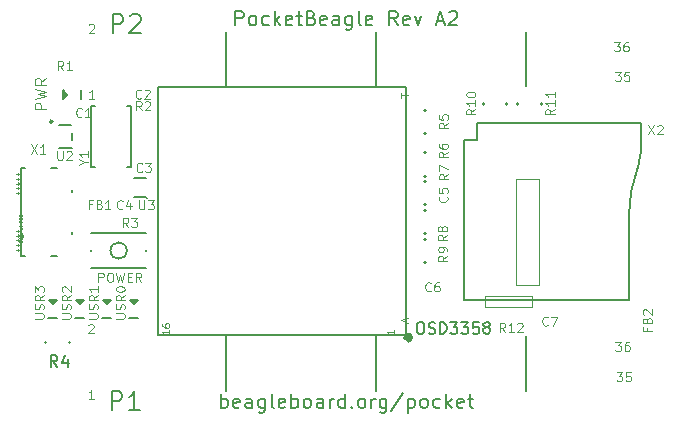
<source format=gbr>
G04 #@! TF.GenerationSoftware,KiCad,Pcbnew,(2017-08-02 revision 9760937)-master*
G04 #@! TF.CreationDate,2017-08-15T11:40:40-05:00*
G04 #@! TF.ProjectId,PocketBeagle,506F636B6574426561676C652E6B6963,rev?*
G04 #@! TF.SameCoordinates,Original*
G04 #@! TF.FileFunction,Legend,Top*
G04 #@! TF.FilePolarity,Positive*
%FSLAX46Y46*%
G04 Gerber Fmt 4.6, Leading zero omitted, Abs format (unit mm)*
G04 Created by KiCad (PCBNEW (2017-08-02 revision 9760937)-master) date Tue Aug 15 11:40:40 2017*
%MOMM*%
%LPD*%
G01*
G04 APERTURE LIST*
%ADD10C,0.152400*%
%ADD11C,0.190500*%
%ADD12C,0.150000*%
%ADD13C,0.500000*%
%ADD14C,0.097536*%
%ADD15C,0.203200*%
%ADD16C,0.127000*%
%ADD17C,0.066040*%
%ADD18C,0.254000*%
%ADD19C,0.038100*%
%ADD20C,0.115824*%
%ADD21C,0.198120*%
%ADD22C,0.025400*%
%ADD23C,0.076200*%
G04 APERTURE END LIST*
D10*
X154718657Y-114345478D02*
X154902504Y-114345478D01*
X154994428Y-114391440D01*
X155086352Y-114483363D01*
X155132314Y-114667211D01*
X155132314Y-114988944D01*
X155086352Y-115172792D01*
X154994428Y-115264716D01*
X154902504Y-115310678D01*
X154718657Y-115310678D01*
X154626733Y-115264716D01*
X154534809Y-115172792D01*
X154488847Y-114988944D01*
X154488847Y-114667211D01*
X154534809Y-114483363D01*
X154626733Y-114391440D01*
X154718657Y-114345478D01*
X155500009Y-115264716D02*
X155637895Y-115310678D01*
X155867704Y-115310678D01*
X155959628Y-115264716D01*
X156005590Y-115218754D01*
X156051552Y-115126830D01*
X156051552Y-115034906D01*
X156005590Y-114942982D01*
X155959628Y-114897020D01*
X155867704Y-114851059D01*
X155683857Y-114805097D01*
X155591933Y-114759135D01*
X155545971Y-114713173D01*
X155500009Y-114621249D01*
X155500009Y-114529325D01*
X155545971Y-114437401D01*
X155591933Y-114391440D01*
X155683857Y-114345478D01*
X155913666Y-114345478D01*
X156051552Y-114391440D01*
X156465209Y-115310678D02*
X156465209Y-114345478D01*
X156695019Y-114345478D01*
X156832904Y-114391440D01*
X156924828Y-114483363D01*
X156970790Y-114575287D01*
X157016752Y-114759135D01*
X157016752Y-114897020D01*
X156970790Y-115080868D01*
X156924828Y-115172792D01*
X156832904Y-115264716D01*
X156695019Y-115310678D01*
X156465209Y-115310678D01*
X157338485Y-114345478D02*
X157935990Y-114345478D01*
X157614257Y-114713173D01*
X157752142Y-114713173D01*
X157844066Y-114759135D01*
X157890028Y-114805097D01*
X157935990Y-114897020D01*
X157935990Y-115126830D01*
X157890028Y-115218754D01*
X157844066Y-115264716D01*
X157752142Y-115310678D01*
X157476371Y-115310678D01*
X157384447Y-115264716D01*
X157338485Y-115218754D01*
X158257723Y-114345478D02*
X158855228Y-114345478D01*
X158533495Y-114713173D01*
X158671380Y-114713173D01*
X158763304Y-114759135D01*
X158809266Y-114805097D01*
X158855228Y-114897020D01*
X158855228Y-115126830D01*
X158809266Y-115218754D01*
X158763304Y-115264716D01*
X158671380Y-115310678D01*
X158395609Y-115310678D01*
X158303685Y-115264716D01*
X158257723Y-115218754D01*
X159728504Y-114345478D02*
X159268885Y-114345478D01*
X159222923Y-114805097D01*
X159268885Y-114759135D01*
X159360809Y-114713173D01*
X159590619Y-114713173D01*
X159682542Y-114759135D01*
X159728504Y-114805097D01*
X159774466Y-114897020D01*
X159774466Y-115126830D01*
X159728504Y-115218754D01*
X159682542Y-115264716D01*
X159590619Y-115310678D01*
X159360809Y-115310678D01*
X159268885Y-115264716D01*
X159222923Y-115218754D01*
X160326009Y-114759135D02*
X160234085Y-114713173D01*
X160188123Y-114667211D01*
X160142161Y-114575287D01*
X160142161Y-114529325D01*
X160188123Y-114437401D01*
X160234085Y-114391440D01*
X160326009Y-114345478D01*
X160509857Y-114345478D01*
X160601780Y-114391440D01*
X160647742Y-114437401D01*
X160693704Y-114529325D01*
X160693704Y-114575287D01*
X160647742Y-114667211D01*
X160601780Y-114713173D01*
X160509857Y-114759135D01*
X160326009Y-114759135D01*
X160234085Y-114805097D01*
X160188123Y-114851059D01*
X160142161Y-114942982D01*
X160142161Y-115126830D01*
X160188123Y-115218754D01*
X160234085Y-115264716D01*
X160326009Y-115310678D01*
X160509857Y-115310678D01*
X160601780Y-115264716D01*
X160647742Y-115218754D01*
X160693704Y-115126830D01*
X160693704Y-114942982D01*
X160647742Y-114851059D01*
X160601780Y-114805097D01*
X160509857Y-114759135D01*
D11*
X139144561Y-89197547D02*
X139144561Y-87991047D01*
X139604180Y-87991047D01*
X139719085Y-88048500D01*
X139776538Y-88105952D01*
X139833990Y-88220857D01*
X139833990Y-88393214D01*
X139776538Y-88508119D01*
X139719085Y-88565571D01*
X139604180Y-88623023D01*
X139144561Y-88623023D01*
X140523419Y-89197547D02*
X140408514Y-89140095D01*
X140351061Y-89082642D01*
X140293609Y-88967738D01*
X140293609Y-88623023D01*
X140351061Y-88508119D01*
X140408514Y-88450666D01*
X140523419Y-88393214D01*
X140695776Y-88393214D01*
X140810680Y-88450666D01*
X140868133Y-88508119D01*
X140925585Y-88623023D01*
X140925585Y-88967738D01*
X140868133Y-89082642D01*
X140810680Y-89140095D01*
X140695776Y-89197547D01*
X140523419Y-89197547D01*
X141959728Y-89140095D02*
X141844823Y-89197547D01*
X141615014Y-89197547D01*
X141500109Y-89140095D01*
X141442657Y-89082642D01*
X141385204Y-88967738D01*
X141385204Y-88623023D01*
X141442657Y-88508119D01*
X141500109Y-88450666D01*
X141615014Y-88393214D01*
X141844823Y-88393214D01*
X141959728Y-88450666D01*
X142476800Y-89197547D02*
X142476800Y-87991047D01*
X142591704Y-88737928D02*
X142936419Y-89197547D01*
X142936419Y-88393214D02*
X142476800Y-88852833D01*
X143913109Y-89140095D02*
X143798204Y-89197547D01*
X143568395Y-89197547D01*
X143453490Y-89140095D01*
X143396038Y-89025190D01*
X143396038Y-88565571D01*
X143453490Y-88450666D01*
X143568395Y-88393214D01*
X143798204Y-88393214D01*
X143913109Y-88450666D01*
X143970561Y-88565571D01*
X143970561Y-88680476D01*
X143396038Y-88795380D01*
X144315276Y-88393214D02*
X144774895Y-88393214D01*
X144487633Y-87991047D02*
X144487633Y-89025190D01*
X144545085Y-89140095D01*
X144659990Y-89197547D01*
X144774895Y-89197547D01*
X145579228Y-88565571D02*
X145751585Y-88623023D01*
X145809038Y-88680476D01*
X145866490Y-88795380D01*
X145866490Y-88967738D01*
X145809038Y-89082642D01*
X145751585Y-89140095D01*
X145636680Y-89197547D01*
X145177061Y-89197547D01*
X145177061Y-87991047D01*
X145579228Y-87991047D01*
X145694133Y-88048500D01*
X145751585Y-88105952D01*
X145809038Y-88220857D01*
X145809038Y-88335761D01*
X145751585Y-88450666D01*
X145694133Y-88508119D01*
X145579228Y-88565571D01*
X145177061Y-88565571D01*
X146843180Y-89140095D02*
X146728276Y-89197547D01*
X146498466Y-89197547D01*
X146383561Y-89140095D01*
X146326109Y-89025190D01*
X146326109Y-88565571D01*
X146383561Y-88450666D01*
X146498466Y-88393214D01*
X146728276Y-88393214D01*
X146843180Y-88450666D01*
X146900633Y-88565571D01*
X146900633Y-88680476D01*
X146326109Y-88795380D01*
X147934776Y-89197547D02*
X147934776Y-88565571D01*
X147877323Y-88450666D01*
X147762419Y-88393214D01*
X147532609Y-88393214D01*
X147417704Y-88450666D01*
X147934776Y-89140095D02*
X147819871Y-89197547D01*
X147532609Y-89197547D01*
X147417704Y-89140095D01*
X147360252Y-89025190D01*
X147360252Y-88910285D01*
X147417704Y-88795380D01*
X147532609Y-88737928D01*
X147819871Y-88737928D01*
X147934776Y-88680476D01*
X149026371Y-88393214D02*
X149026371Y-89369904D01*
X148968919Y-89484809D01*
X148911466Y-89542261D01*
X148796561Y-89599714D01*
X148624204Y-89599714D01*
X148509300Y-89542261D01*
X149026371Y-89140095D02*
X148911466Y-89197547D01*
X148681657Y-89197547D01*
X148566752Y-89140095D01*
X148509300Y-89082642D01*
X148451847Y-88967738D01*
X148451847Y-88623023D01*
X148509300Y-88508119D01*
X148566752Y-88450666D01*
X148681657Y-88393214D01*
X148911466Y-88393214D01*
X149026371Y-88450666D01*
X149773252Y-89197547D02*
X149658347Y-89140095D01*
X149600895Y-89025190D01*
X149600895Y-87991047D01*
X150692490Y-89140095D02*
X150577585Y-89197547D01*
X150347776Y-89197547D01*
X150232871Y-89140095D01*
X150175419Y-89025190D01*
X150175419Y-88565571D01*
X150232871Y-88450666D01*
X150347776Y-88393214D01*
X150577585Y-88393214D01*
X150692490Y-88450666D01*
X150749942Y-88565571D01*
X150749942Y-88680476D01*
X150175419Y-88795380D01*
X152875680Y-89197547D02*
X152473514Y-88623023D01*
X152186252Y-89197547D02*
X152186252Y-87991047D01*
X152645871Y-87991047D01*
X152760776Y-88048500D01*
X152818228Y-88105952D01*
X152875680Y-88220857D01*
X152875680Y-88393214D01*
X152818228Y-88508119D01*
X152760776Y-88565571D01*
X152645871Y-88623023D01*
X152186252Y-88623023D01*
X153852371Y-89140095D02*
X153737466Y-89197547D01*
X153507657Y-89197547D01*
X153392752Y-89140095D01*
X153335300Y-89025190D01*
X153335300Y-88565571D01*
X153392752Y-88450666D01*
X153507657Y-88393214D01*
X153737466Y-88393214D01*
X153852371Y-88450666D01*
X153909823Y-88565571D01*
X153909823Y-88680476D01*
X153335300Y-88795380D01*
X154311990Y-88393214D02*
X154599252Y-89197547D01*
X154886514Y-88393214D01*
X156207919Y-88852833D02*
X156782442Y-88852833D01*
X156093014Y-89197547D02*
X156495180Y-87991047D01*
X156897347Y-89197547D01*
X157242061Y-88105952D02*
X157299514Y-88048500D01*
X157414419Y-87991047D01*
X157701680Y-87991047D01*
X157816585Y-88048500D01*
X157874038Y-88105952D01*
X157931490Y-88220857D01*
X157931490Y-88335761D01*
X157874038Y-88508119D01*
X157184609Y-89197547D01*
X157931490Y-89197547D01*
X137909335Y-121607947D02*
X137909335Y-120401447D01*
X137909335Y-120861066D02*
X138024240Y-120803614D01*
X138254050Y-120803614D01*
X138368954Y-120861066D01*
X138426407Y-120918519D01*
X138483859Y-121033423D01*
X138483859Y-121378138D01*
X138426407Y-121493042D01*
X138368954Y-121550495D01*
X138254050Y-121607947D01*
X138024240Y-121607947D01*
X137909335Y-121550495D01*
X139460550Y-121550495D02*
X139345645Y-121607947D01*
X139115835Y-121607947D01*
X139000930Y-121550495D01*
X138943478Y-121435590D01*
X138943478Y-120975971D01*
X139000930Y-120861066D01*
X139115835Y-120803614D01*
X139345645Y-120803614D01*
X139460550Y-120861066D01*
X139518002Y-120975971D01*
X139518002Y-121090876D01*
X138943478Y-121205780D01*
X140552145Y-121607947D02*
X140552145Y-120975971D01*
X140494692Y-120861066D01*
X140379788Y-120803614D01*
X140149978Y-120803614D01*
X140035073Y-120861066D01*
X140552145Y-121550495D02*
X140437240Y-121607947D01*
X140149978Y-121607947D01*
X140035073Y-121550495D01*
X139977621Y-121435590D01*
X139977621Y-121320685D01*
X140035073Y-121205780D01*
X140149978Y-121148328D01*
X140437240Y-121148328D01*
X140552145Y-121090876D01*
X141643740Y-120803614D02*
X141643740Y-121780304D01*
X141586288Y-121895209D01*
X141528835Y-121952661D01*
X141413930Y-122010114D01*
X141241573Y-122010114D01*
X141126669Y-121952661D01*
X141643740Y-121550495D02*
X141528835Y-121607947D01*
X141299026Y-121607947D01*
X141184121Y-121550495D01*
X141126669Y-121493042D01*
X141069216Y-121378138D01*
X141069216Y-121033423D01*
X141126669Y-120918519D01*
X141184121Y-120861066D01*
X141299026Y-120803614D01*
X141528835Y-120803614D01*
X141643740Y-120861066D01*
X142390621Y-121607947D02*
X142275716Y-121550495D01*
X142218264Y-121435590D01*
X142218264Y-120401447D01*
X143309859Y-121550495D02*
X143194954Y-121607947D01*
X142965145Y-121607947D01*
X142850240Y-121550495D01*
X142792788Y-121435590D01*
X142792788Y-120975971D01*
X142850240Y-120861066D01*
X142965145Y-120803614D01*
X143194954Y-120803614D01*
X143309859Y-120861066D01*
X143367311Y-120975971D01*
X143367311Y-121090876D01*
X142792788Y-121205780D01*
X143884383Y-121607947D02*
X143884383Y-120401447D01*
X143884383Y-120861066D02*
X143999288Y-120803614D01*
X144229097Y-120803614D01*
X144344002Y-120861066D01*
X144401454Y-120918519D01*
X144458907Y-121033423D01*
X144458907Y-121378138D01*
X144401454Y-121493042D01*
X144344002Y-121550495D01*
X144229097Y-121607947D01*
X143999288Y-121607947D01*
X143884383Y-121550495D01*
X145148335Y-121607947D02*
X145033430Y-121550495D01*
X144975978Y-121493042D01*
X144918526Y-121378138D01*
X144918526Y-121033423D01*
X144975978Y-120918519D01*
X145033430Y-120861066D01*
X145148335Y-120803614D01*
X145320692Y-120803614D01*
X145435597Y-120861066D01*
X145493050Y-120918519D01*
X145550502Y-121033423D01*
X145550502Y-121378138D01*
X145493050Y-121493042D01*
X145435597Y-121550495D01*
X145320692Y-121607947D01*
X145148335Y-121607947D01*
X146584645Y-121607947D02*
X146584645Y-120975971D01*
X146527192Y-120861066D01*
X146412288Y-120803614D01*
X146182478Y-120803614D01*
X146067573Y-120861066D01*
X146584645Y-121550495D02*
X146469740Y-121607947D01*
X146182478Y-121607947D01*
X146067573Y-121550495D01*
X146010121Y-121435590D01*
X146010121Y-121320685D01*
X146067573Y-121205780D01*
X146182478Y-121148328D01*
X146469740Y-121148328D01*
X146584645Y-121090876D01*
X147159169Y-121607947D02*
X147159169Y-120803614D01*
X147159169Y-121033423D02*
X147216621Y-120918519D01*
X147274073Y-120861066D01*
X147388978Y-120803614D01*
X147503883Y-120803614D01*
X148423121Y-121607947D02*
X148423121Y-120401447D01*
X148423121Y-121550495D02*
X148308216Y-121607947D01*
X148078407Y-121607947D01*
X147963502Y-121550495D01*
X147906050Y-121493042D01*
X147848597Y-121378138D01*
X147848597Y-121033423D01*
X147906050Y-120918519D01*
X147963502Y-120861066D01*
X148078407Y-120803614D01*
X148308216Y-120803614D01*
X148423121Y-120861066D01*
X148997645Y-121493042D02*
X149055097Y-121550495D01*
X148997645Y-121607947D01*
X148940192Y-121550495D01*
X148997645Y-121493042D01*
X148997645Y-121607947D01*
X149744526Y-121607947D02*
X149629621Y-121550495D01*
X149572169Y-121493042D01*
X149514716Y-121378138D01*
X149514716Y-121033423D01*
X149572169Y-120918519D01*
X149629621Y-120861066D01*
X149744526Y-120803614D01*
X149916883Y-120803614D01*
X150031788Y-120861066D01*
X150089240Y-120918519D01*
X150146692Y-121033423D01*
X150146692Y-121378138D01*
X150089240Y-121493042D01*
X150031788Y-121550495D01*
X149916883Y-121607947D01*
X149744526Y-121607947D01*
X150663764Y-121607947D02*
X150663764Y-120803614D01*
X150663764Y-121033423D02*
X150721216Y-120918519D01*
X150778669Y-120861066D01*
X150893573Y-120803614D01*
X151008478Y-120803614D01*
X151927716Y-120803614D02*
X151927716Y-121780304D01*
X151870264Y-121895209D01*
X151812811Y-121952661D01*
X151697907Y-122010114D01*
X151525550Y-122010114D01*
X151410645Y-121952661D01*
X151927716Y-121550495D02*
X151812811Y-121607947D01*
X151583002Y-121607947D01*
X151468097Y-121550495D01*
X151410645Y-121493042D01*
X151353192Y-121378138D01*
X151353192Y-121033423D01*
X151410645Y-120918519D01*
X151468097Y-120861066D01*
X151583002Y-120803614D01*
X151812811Y-120803614D01*
X151927716Y-120861066D01*
X153364026Y-120343995D02*
X152329883Y-121895209D01*
X153766192Y-120803614D02*
X153766192Y-122010114D01*
X153766192Y-120861066D02*
X153881097Y-120803614D01*
X154110907Y-120803614D01*
X154225811Y-120861066D01*
X154283264Y-120918519D01*
X154340716Y-121033423D01*
X154340716Y-121378138D01*
X154283264Y-121493042D01*
X154225811Y-121550495D01*
X154110907Y-121607947D01*
X153881097Y-121607947D01*
X153766192Y-121550495D01*
X155030145Y-121607947D02*
X154915240Y-121550495D01*
X154857788Y-121493042D01*
X154800335Y-121378138D01*
X154800335Y-121033423D01*
X154857788Y-120918519D01*
X154915240Y-120861066D01*
X155030145Y-120803614D01*
X155202502Y-120803614D01*
X155317407Y-120861066D01*
X155374859Y-120918519D01*
X155432311Y-121033423D01*
X155432311Y-121378138D01*
X155374859Y-121493042D01*
X155317407Y-121550495D01*
X155202502Y-121607947D01*
X155030145Y-121607947D01*
X156466454Y-121550495D02*
X156351550Y-121607947D01*
X156121740Y-121607947D01*
X156006835Y-121550495D01*
X155949383Y-121493042D01*
X155891930Y-121378138D01*
X155891930Y-121033423D01*
X155949383Y-120918519D01*
X156006835Y-120861066D01*
X156121740Y-120803614D01*
X156351550Y-120803614D01*
X156466454Y-120861066D01*
X156983526Y-121607947D02*
X156983526Y-120401447D01*
X157098430Y-121148328D02*
X157443145Y-121607947D01*
X157443145Y-120803614D02*
X156983526Y-121263233D01*
X158419835Y-121550495D02*
X158304930Y-121607947D01*
X158075121Y-121607947D01*
X157960216Y-121550495D01*
X157902764Y-121435590D01*
X157902764Y-120975971D01*
X157960216Y-120861066D01*
X158075121Y-120803614D01*
X158304930Y-120803614D01*
X158419835Y-120861066D01*
X158477288Y-120975971D01*
X158477288Y-121090876D01*
X157902764Y-121205780D01*
X158822002Y-120803614D02*
X159281621Y-120803614D01*
X158994359Y-120401447D02*
X158994359Y-121435590D01*
X159051811Y-121550495D01*
X159166716Y-121607947D01*
X159281621Y-121607947D01*
D12*
X138349300Y-115493200D02*
X138349300Y-120141400D01*
X138349300Y-94385800D02*
X138349300Y-89737600D01*
X151049300Y-115493200D02*
X151049300Y-120141400D01*
X163749300Y-115493200D02*
X163749300Y-120141400D01*
X151049300Y-94385800D02*
X151049300Y-89737600D01*
X163749300Y-94385800D02*
X163749300Y-89737600D01*
X125573100Y-113994600D02*
X126335100Y-113994600D01*
X127859100Y-113994600D02*
X128621100Y-113994600D01*
X123287100Y-113994600D02*
X124049100Y-113994600D01*
X130145100Y-113994600D02*
X130907100Y-113994600D01*
D13*
X153946703Y-115645600D02*
G75*
G03X153946703Y-115645600I-179603J0D01*
G01*
D14*
X127170617Y-120825990D02*
X126729382Y-120825990D01*
X126950000Y-120825990D02*
X126950000Y-120053830D01*
X126876460Y-120164139D01*
X126802921Y-120237678D01*
X126729382Y-120274447D01*
X126749482Y-89139369D02*
X126786252Y-89102600D01*
X126859791Y-89065830D01*
X127043639Y-89065830D01*
X127117178Y-89102600D01*
X127153947Y-89139369D01*
X127190717Y-89212908D01*
X127190717Y-89286447D01*
X127153947Y-89396756D01*
X126712713Y-89837990D01*
X127190717Y-89837990D01*
X171217306Y-90636150D02*
X171695310Y-90636150D01*
X171437924Y-90930306D01*
X171548232Y-90930306D01*
X171621771Y-90967076D01*
X171658541Y-91003845D01*
X171695310Y-91077384D01*
X171695310Y-91261232D01*
X171658541Y-91334771D01*
X171621771Y-91371540D01*
X171548232Y-91408310D01*
X171327615Y-91408310D01*
X171254076Y-91371540D01*
X171217306Y-91334771D01*
X172357162Y-90636150D02*
X172210084Y-90636150D01*
X172136545Y-90672920D01*
X172099775Y-90709689D01*
X172026236Y-90819998D01*
X171989466Y-90967076D01*
X171989466Y-91261232D01*
X172026236Y-91334771D01*
X172063006Y-91371540D01*
X172136545Y-91408310D01*
X172283623Y-91408310D01*
X172357162Y-91371540D01*
X172393931Y-91334771D01*
X172430701Y-91261232D01*
X172430701Y-91077384D01*
X172393931Y-91003845D01*
X172357162Y-90967076D01*
X172283623Y-90930306D01*
X172136545Y-90930306D01*
X172063006Y-90967076D01*
X172026236Y-91003845D01*
X171989466Y-91077384D01*
X171420506Y-118576150D02*
X171898510Y-118576150D01*
X171641124Y-118870306D01*
X171751432Y-118870306D01*
X171824971Y-118907076D01*
X171861741Y-118943845D01*
X171898510Y-119017384D01*
X171898510Y-119201232D01*
X171861741Y-119274771D01*
X171824971Y-119311540D01*
X171751432Y-119348310D01*
X171530815Y-119348310D01*
X171457276Y-119311540D01*
X171420506Y-119274771D01*
X172597131Y-118576150D02*
X172229436Y-118576150D01*
X172192666Y-118943845D01*
X172229436Y-118907076D01*
X172302975Y-118870306D01*
X172486823Y-118870306D01*
X172560362Y-118907076D01*
X172597131Y-118943845D01*
X172633901Y-119017384D01*
X172633901Y-119201232D01*
X172597131Y-119274771D01*
X172560362Y-119311540D01*
X172486823Y-119348310D01*
X172302975Y-119348310D01*
X172229436Y-119311540D01*
X172192666Y-119274771D01*
X171293506Y-93150750D02*
X171771510Y-93150750D01*
X171514124Y-93444906D01*
X171624432Y-93444906D01*
X171697971Y-93481676D01*
X171734741Y-93518445D01*
X171771510Y-93591984D01*
X171771510Y-93775832D01*
X171734741Y-93849371D01*
X171697971Y-93886140D01*
X171624432Y-93922910D01*
X171403815Y-93922910D01*
X171330276Y-93886140D01*
X171293506Y-93849371D01*
X172470131Y-93150750D02*
X172102436Y-93150750D01*
X172065666Y-93518445D01*
X172102436Y-93481676D01*
X172175975Y-93444906D01*
X172359823Y-93444906D01*
X172433362Y-93481676D01*
X172470131Y-93518445D01*
X172506901Y-93591984D01*
X172506901Y-93775832D01*
X172470131Y-93849371D01*
X172433362Y-93886140D01*
X172359823Y-93922910D01*
X172175975Y-93922910D01*
X172102436Y-93886140D01*
X172065666Y-93849371D01*
X171318906Y-116010750D02*
X171796910Y-116010750D01*
X171539524Y-116304906D01*
X171649832Y-116304906D01*
X171723371Y-116341676D01*
X171760141Y-116378445D01*
X171796910Y-116451984D01*
X171796910Y-116635832D01*
X171760141Y-116709371D01*
X171723371Y-116746140D01*
X171649832Y-116782910D01*
X171429215Y-116782910D01*
X171355676Y-116746140D01*
X171318906Y-116709371D01*
X172458762Y-116010750D02*
X172311684Y-116010750D01*
X172238145Y-116047520D01*
X172201375Y-116084289D01*
X172127836Y-116194598D01*
X172091066Y-116341676D01*
X172091066Y-116635832D01*
X172127836Y-116709371D01*
X172164606Y-116746140D01*
X172238145Y-116782910D01*
X172385223Y-116782910D01*
X172458762Y-116746140D01*
X172495531Y-116709371D01*
X172532301Y-116635832D01*
X172532301Y-116451984D01*
X172495531Y-116378445D01*
X172458762Y-116341676D01*
X172385223Y-116304906D01*
X172238145Y-116304906D01*
X172164606Y-116341676D01*
X172127836Y-116378445D01*
X172091066Y-116451984D01*
X126698289Y-114586769D02*
X126735058Y-114550000D01*
X126808597Y-114513230D01*
X126992445Y-114513230D01*
X127065984Y-114550000D01*
X127102753Y-114586769D01*
X127139523Y-114660308D01*
X127139523Y-114733847D01*
X127102753Y-114844156D01*
X126661519Y-115285390D01*
X127139523Y-115285390D01*
X127190717Y-95425990D02*
X126749482Y-95425990D01*
X126970100Y-95425990D02*
X126970100Y-94653830D01*
X126896560Y-94764139D01*
X126823021Y-94837678D01*
X126749482Y-94874447D01*
D12*
X126081100Y-95452600D02*
X126081100Y-94690600D01*
D10*
X124737440Y-95160500D02*
X124737440Y-94982700D01*
X124640920Y-95284960D02*
X124640920Y-94858240D01*
X124516460Y-95419580D02*
X124516460Y-94723620D01*
X124851740Y-95071600D02*
X124516460Y-95419580D01*
X124851740Y-95071600D02*
X124516460Y-94723620D01*
X123579200Y-112650940D02*
X123757000Y-112650940D01*
X123454740Y-112554420D02*
X123881460Y-112554420D01*
X123320120Y-112429960D02*
X124016080Y-112429960D01*
X123668100Y-112765240D02*
X123320120Y-112429960D01*
X123668100Y-112765240D02*
X124016080Y-112429960D01*
X125865200Y-112650940D02*
X126043000Y-112650940D01*
X125740740Y-112554420D02*
X126167460Y-112554420D01*
X125606120Y-112429960D02*
X126302080Y-112429960D01*
X125954100Y-112765240D02*
X125606120Y-112429960D01*
X125954100Y-112765240D02*
X126302080Y-112429960D01*
X128151200Y-112650940D02*
X128329000Y-112650940D01*
X128026740Y-112554420D02*
X128453460Y-112554420D01*
X127892120Y-112429960D02*
X128588080Y-112429960D01*
X128240100Y-112765240D02*
X127892120Y-112429960D01*
X128240100Y-112765240D02*
X128588080Y-112429960D01*
X130437200Y-112650940D02*
X130615000Y-112650940D01*
X130312740Y-112554420D02*
X130739460Y-112554420D01*
X130178120Y-112429960D02*
X130874080Y-112429960D01*
X130526100Y-112765240D02*
X130178120Y-112429960D01*
X130526100Y-112765240D02*
X130874080Y-112429960D01*
D15*
X129949520Y-108279600D02*
G75*
G03X129949520Y-108279600I-693420J0D01*
G01*
X126906600Y-109778200D02*
X131605600Y-109778200D01*
X126906600Y-106781000D02*
X131605600Y-106781000D01*
X131605600Y-108327860D02*
X131605600Y-108231340D01*
X126906600Y-108327860D02*
X126906600Y-108231340D01*
D16*
X173262414Y-101053082D02*
G75*
G03X172434700Y-105562940I11872286J-4509858D01*
G01*
X173267610Y-101038561D02*
G75*
G03X173450700Y-100040980I-2626150J997581D01*
G01*
X159607700Y-98905600D02*
X159607700Y-97508600D01*
X158464700Y-98905600D02*
X159607700Y-98905600D01*
X158464700Y-112494600D02*
X158464700Y-98905600D01*
X172434700Y-112494600D02*
X158464700Y-112494600D01*
X172434700Y-105562940D02*
X172434700Y-112494600D01*
X173450700Y-97508600D02*
X173450700Y-100040980D01*
X159607700Y-97508600D02*
X173450700Y-97508600D01*
D17*
X160263020Y-113086420D02*
X160263020Y-112085660D01*
X160263020Y-112085660D02*
X164263520Y-112085660D01*
X164263520Y-113086420D02*
X164263520Y-112085660D01*
X160263020Y-113086420D02*
X164263520Y-113086420D01*
X162863980Y-111186500D02*
X162863980Y-102189820D01*
X162863980Y-102189820D02*
X164862960Y-102189820D01*
X164862960Y-111186500D02*
X164862960Y-102189820D01*
X162863980Y-111186500D02*
X164862960Y-111186500D01*
D18*
X155156480Y-98355820D02*
X155120920Y-98355820D01*
X155156480Y-96359380D02*
X155120920Y-96359380D01*
X123050880Y-116044380D02*
X123050880Y-116008820D01*
X125047320Y-116044380D02*
X125047320Y-116008820D01*
X155156480Y-106814020D02*
X155120920Y-106814020D01*
X155156480Y-104817580D02*
X155120920Y-104817580D01*
X155156480Y-104375620D02*
X155120920Y-104375620D01*
X155156480Y-102379180D02*
X155120920Y-102379180D01*
X155156480Y-101937220D02*
X155120920Y-101937220D01*
X155156480Y-99940780D02*
X155120920Y-99940780D01*
X162080520Y-95815820D02*
X162080520Y-95851380D01*
X160084080Y-95815820D02*
X160084080Y-95851380D01*
X162979680Y-95851380D02*
X162979680Y-95815820D01*
X164976120Y-95851380D02*
X164976120Y-95815820D01*
X155120920Y-107255980D02*
X155156480Y-107255980D01*
X155120920Y-109252420D02*
X155156480Y-109252420D01*
D16*
X131676720Y-103890480D02*
G75*
G03X131676720Y-103890480I-22860J0D01*
G01*
X131531940Y-103763480D02*
X130536260Y-103763480D01*
X130536260Y-102127720D02*
X131531940Y-102127720D01*
X129990160Y-101226020D02*
X130320360Y-101226020D01*
X126921840Y-101226020D02*
X127252040Y-101226020D01*
X126921840Y-96029180D02*
X126921840Y-101226020D01*
X127252040Y-96029180D02*
X126921840Y-96029180D01*
X130320360Y-96029180D02*
X129990160Y-96029180D01*
X130320360Y-101226020D02*
X130320360Y-96029180D01*
D19*
X120853440Y-106601260D02*
X120751840Y-106502200D01*
X120853440Y-106601260D02*
X120751840Y-106702860D01*
X120601980Y-106601260D02*
X120853440Y-106601260D01*
X120853440Y-107002580D02*
X120751840Y-106903520D01*
X120853440Y-107002580D02*
X120751840Y-107101640D01*
X120601980Y-107002580D02*
X120853440Y-107002580D01*
X120853440Y-107401360D02*
X120751840Y-107302300D01*
X120853440Y-107401360D02*
X120751840Y-107502960D01*
X120601980Y-107401360D02*
X120853440Y-107401360D01*
X120853440Y-107802680D02*
X120751840Y-107701080D01*
X120853440Y-107802680D02*
X120751840Y-107901740D01*
X120601980Y-107802680D02*
X120853440Y-107802680D01*
X120853440Y-108201460D02*
X120751840Y-108102400D01*
X120853440Y-108201460D02*
X120751840Y-108303060D01*
X120601980Y-108201460D02*
X120853440Y-108201460D01*
X120853440Y-101805740D02*
X120751840Y-101704140D01*
X120853440Y-101805740D02*
X120751840Y-101904800D01*
X120601980Y-101805740D02*
X120853440Y-101805740D01*
X120853440Y-102204520D02*
X120751840Y-102105460D01*
X120853440Y-102204520D02*
X120751840Y-102306120D01*
X120601980Y-102204520D02*
X120853440Y-102204520D01*
X120853440Y-102605840D02*
X120751840Y-102504240D01*
X120853440Y-102605840D02*
X120751840Y-102704900D01*
X120601980Y-102605840D02*
X120853440Y-102605840D01*
X120853440Y-103004620D02*
X120751840Y-102905560D01*
X120853440Y-103004620D02*
X120751840Y-103103680D01*
X120601980Y-103004620D02*
X120853440Y-103004620D01*
X120853440Y-103405940D02*
X120751840Y-103304340D01*
X120853440Y-103405940D02*
X120751840Y-103505000D01*
X120601980Y-103405940D02*
X120853440Y-103405940D01*
D16*
X125300980Y-106672380D02*
X125300980Y-106883200D01*
X125300980Y-103124000D02*
X125300980Y-103334820D01*
X123568700Y-101254560D02*
X124030980Y-101254560D01*
X123568700Y-108752640D02*
X124030980Y-108752640D01*
X121003300Y-108752640D02*
X121333500Y-108752640D01*
X121003300Y-101254560D02*
X121333500Y-101254560D01*
X121003300Y-101254560D02*
X121003300Y-108752640D01*
D18*
X123640160Y-97357600D02*
G75*
G03X123640160Y-97357600I-99060J0D01*
G01*
D16*
X125308940Y-98907000D02*
X125308940Y-98348200D01*
X124186260Y-97629380D02*
X125181940Y-97629380D01*
X124186260Y-99625820D02*
X125308940Y-99625820D01*
X153558820Y-94439140D02*
X132560640Y-94439140D01*
X153558820Y-115437320D02*
X153558820Y-94439140D01*
X132560640Y-115437320D02*
X153558820Y-115437320D01*
X132560640Y-94439140D02*
X132560640Y-115437320D01*
D20*
X123121178Y-96302701D02*
X122155978Y-96302701D01*
X122155978Y-95935006D01*
X122201940Y-95843082D01*
X122247901Y-95797120D01*
X122339825Y-95751158D01*
X122477711Y-95751158D01*
X122569635Y-95797120D01*
X122615597Y-95843082D01*
X122661559Y-95935006D01*
X122661559Y-96302701D01*
X122155978Y-95429425D02*
X123121178Y-95199616D01*
X122431749Y-95015768D01*
X123121178Y-94831920D01*
X122155978Y-94602111D01*
X123121178Y-93682873D02*
X122661559Y-94004606D01*
X123121178Y-94234416D02*
X122155978Y-94234416D01*
X122155978Y-93866720D01*
X122201940Y-93774797D01*
X122247901Y-93728835D01*
X122339825Y-93682873D01*
X122477711Y-93682873D01*
X122569635Y-93728835D01*
X122615597Y-93774797D01*
X122661559Y-93866720D01*
X122661559Y-94234416D01*
X122159170Y-114038466D02*
X122784252Y-114038466D01*
X122857791Y-114001697D01*
X122894560Y-113964927D01*
X122931330Y-113891388D01*
X122931330Y-113744310D01*
X122894560Y-113670771D01*
X122857791Y-113634002D01*
X122784252Y-113597232D01*
X122159170Y-113597232D01*
X122894560Y-113266306D02*
X122931330Y-113155998D01*
X122931330Y-112972150D01*
X122894560Y-112898611D01*
X122857791Y-112861842D01*
X122784252Y-112825072D01*
X122710713Y-112825072D01*
X122637174Y-112861842D01*
X122600404Y-112898611D01*
X122563635Y-112972150D01*
X122526865Y-113119228D01*
X122490096Y-113192767D01*
X122453326Y-113229537D01*
X122379787Y-113266306D01*
X122306248Y-113266306D01*
X122232709Y-113229537D01*
X122195940Y-113192767D01*
X122159170Y-113119228D01*
X122159170Y-112935381D01*
X122195940Y-112825072D01*
X122931330Y-112052912D02*
X122563635Y-112310299D01*
X122931330Y-112494146D02*
X122159170Y-112494146D01*
X122159170Y-112199990D01*
X122195940Y-112126451D01*
X122232709Y-112089682D01*
X122306248Y-112052912D01*
X122416557Y-112052912D01*
X122490096Y-112089682D01*
X122526865Y-112126451D01*
X122563635Y-112199990D01*
X122563635Y-112494146D01*
X122159170Y-111795525D02*
X122159170Y-111317522D01*
X122453326Y-111574908D01*
X122453326Y-111464600D01*
X122490096Y-111391061D01*
X122526865Y-111354291D01*
X122600404Y-111317522D01*
X122784252Y-111317522D01*
X122857791Y-111354291D01*
X122894560Y-111391061D01*
X122931330Y-111464600D01*
X122931330Y-111685217D01*
X122894560Y-111758756D01*
X122857791Y-111795525D01*
X124445170Y-114038466D02*
X125070252Y-114038466D01*
X125143791Y-114001697D01*
X125180560Y-113964927D01*
X125217330Y-113891388D01*
X125217330Y-113744310D01*
X125180560Y-113670771D01*
X125143791Y-113634002D01*
X125070252Y-113597232D01*
X124445170Y-113597232D01*
X125180560Y-113266306D02*
X125217330Y-113155998D01*
X125217330Y-112972150D01*
X125180560Y-112898611D01*
X125143791Y-112861842D01*
X125070252Y-112825072D01*
X124996713Y-112825072D01*
X124923174Y-112861842D01*
X124886404Y-112898611D01*
X124849635Y-112972150D01*
X124812865Y-113119228D01*
X124776096Y-113192767D01*
X124739326Y-113229537D01*
X124665787Y-113266306D01*
X124592248Y-113266306D01*
X124518709Y-113229537D01*
X124481940Y-113192767D01*
X124445170Y-113119228D01*
X124445170Y-112935381D01*
X124481940Y-112825072D01*
X125217330Y-112052912D02*
X124849635Y-112310299D01*
X125217330Y-112494146D02*
X124445170Y-112494146D01*
X124445170Y-112199990D01*
X124481940Y-112126451D01*
X124518709Y-112089682D01*
X124592248Y-112052912D01*
X124702557Y-112052912D01*
X124776096Y-112089682D01*
X124812865Y-112126451D01*
X124849635Y-112199990D01*
X124849635Y-112494146D01*
X124518709Y-111758756D02*
X124481940Y-111721986D01*
X124445170Y-111648447D01*
X124445170Y-111464600D01*
X124481940Y-111391061D01*
X124518709Y-111354291D01*
X124592248Y-111317522D01*
X124665787Y-111317522D01*
X124776096Y-111354291D01*
X125217330Y-111795525D01*
X125217330Y-111317522D01*
X126731170Y-114038466D02*
X127356252Y-114038466D01*
X127429791Y-114001697D01*
X127466560Y-113964927D01*
X127503330Y-113891388D01*
X127503330Y-113744310D01*
X127466560Y-113670771D01*
X127429791Y-113634002D01*
X127356252Y-113597232D01*
X126731170Y-113597232D01*
X127466560Y-113266306D02*
X127503330Y-113155998D01*
X127503330Y-112972150D01*
X127466560Y-112898611D01*
X127429791Y-112861842D01*
X127356252Y-112825072D01*
X127282713Y-112825072D01*
X127209174Y-112861842D01*
X127172404Y-112898611D01*
X127135635Y-112972150D01*
X127098865Y-113119228D01*
X127062096Y-113192767D01*
X127025326Y-113229537D01*
X126951787Y-113266306D01*
X126878248Y-113266306D01*
X126804709Y-113229537D01*
X126767940Y-113192767D01*
X126731170Y-113119228D01*
X126731170Y-112935381D01*
X126767940Y-112825072D01*
X127503330Y-112052912D02*
X127135635Y-112310299D01*
X127503330Y-112494146D02*
X126731170Y-112494146D01*
X126731170Y-112199990D01*
X126767940Y-112126451D01*
X126804709Y-112089682D01*
X126878248Y-112052912D01*
X126988557Y-112052912D01*
X127062096Y-112089682D01*
X127098865Y-112126451D01*
X127135635Y-112199990D01*
X127135635Y-112494146D01*
X127503330Y-111317522D02*
X127503330Y-111758756D01*
X127503330Y-111538139D02*
X126731170Y-111538139D01*
X126841479Y-111611678D01*
X126915018Y-111685217D01*
X126951787Y-111758756D01*
X129017170Y-114038466D02*
X129642252Y-114038466D01*
X129715791Y-114001697D01*
X129752560Y-113964927D01*
X129789330Y-113891388D01*
X129789330Y-113744310D01*
X129752560Y-113670771D01*
X129715791Y-113634002D01*
X129642252Y-113597232D01*
X129017170Y-113597232D01*
X129752560Y-113266306D02*
X129789330Y-113155998D01*
X129789330Y-112972150D01*
X129752560Y-112898611D01*
X129715791Y-112861842D01*
X129642252Y-112825072D01*
X129568713Y-112825072D01*
X129495174Y-112861842D01*
X129458404Y-112898611D01*
X129421635Y-112972150D01*
X129384865Y-113119228D01*
X129348096Y-113192767D01*
X129311326Y-113229537D01*
X129237787Y-113266306D01*
X129164248Y-113266306D01*
X129090709Y-113229537D01*
X129053940Y-113192767D01*
X129017170Y-113119228D01*
X129017170Y-112935381D01*
X129053940Y-112825072D01*
X129789330Y-112052912D02*
X129421635Y-112310299D01*
X129789330Y-112494146D02*
X129017170Y-112494146D01*
X129017170Y-112199990D01*
X129053940Y-112126451D01*
X129090709Y-112089682D01*
X129164248Y-112052912D01*
X129274557Y-112052912D01*
X129348096Y-112089682D01*
X129384865Y-112126451D01*
X129421635Y-112199990D01*
X129421635Y-112494146D01*
X129017170Y-111574908D02*
X129017170Y-111501369D01*
X129053940Y-111427830D01*
X129090709Y-111391061D01*
X129164248Y-111354291D01*
X129311326Y-111317522D01*
X129495174Y-111317522D01*
X129642252Y-111354291D01*
X129715791Y-111391061D01*
X129752560Y-111427830D01*
X129789330Y-111501369D01*
X129789330Y-111574908D01*
X129752560Y-111648447D01*
X129715791Y-111685217D01*
X129642252Y-111721986D01*
X129495174Y-111758756D01*
X129311326Y-111758756D01*
X129164248Y-111721986D01*
X129090709Y-111685217D01*
X129053940Y-111648447D01*
X129017170Y-111574908D01*
X127551233Y-110923130D02*
X127551233Y-110150970D01*
X127845389Y-110150970D01*
X127918928Y-110187740D01*
X127955697Y-110224509D01*
X127992467Y-110298048D01*
X127992467Y-110408357D01*
X127955697Y-110481896D01*
X127918928Y-110518665D01*
X127845389Y-110555435D01*
X127551233Y-110555435D01*
X128470471Y-110150970D02*
X128617549Y-110150970D01*
X128691088Y-110187740D01*
X128764627Y-110261279D01*
X128801397Y-110408357D01*
X128801397Y-110665743D01*
X128764627Y-110812821D01*
X128691088Y-110886360D01*
X128617549Y-110923130D01*
X128470471Y-110923130D01*
X128396932Y-110886360D01*
X128323393Y-110812821D01*
X128286623Y-110665743D01*
X128286623Y-110408357D01*
X128323393Y-110261279D01*
X128396932Y-110187740D01*
X128470471Y-110150970D01*
X129058783Y-110150970D02*
X129242631Y-110923130D01*
X129389709Y-110371587D01*
X129536787Y-110923130D01*
X129720635Y-110150970D01*
X130014791Y-110518665D02*
X130272177Y-110518665D01*
X130382486Y-110923130D02*
X130014791Y-110923130D01*
X130014791Y-110150970D01*
X130382486Y-110150970D01*
X131154646Y-110923130D02*
X130897259Y-110555435D01*
X130713412Y-110923130D02*
X130713412Y-110150970D01*
X131007568Y-110150970D01*
X131081107Y-110187740D01*
X131117877Y-110224509D01*
X131154646Y-110298048D01*
X131154646Y-110408357D01*
X131117877Y-110481896D01*
X131081107Y-110518665D01*
X131007568Y-110555435D01*
X130713412Y-110555435D01*
X174091774Y-97661790D02*
X174606547Y-98433950D01*
X174606547Y-97661790D02*
X174091774Y-98433950D01*
X174863934Y-97735329D02*
X174900703Y-97698560D01*
X174974242Y-97661790D01*
X175158090Y-97661790D01*
X175231629Y-97698560D01*
X175268398Y-97735329D01*
X175305168Y-97808868D01*
X175305168Y-97882407D01*
X175268398Y-97992716D01*
X174827164Y-98433950D01*
X175305168Y-98433950D01*
X157140970Y-97479273D02*
X156773275Y-97736660D01*
X157140970Y-97920507D02*
X156368810Y-97920507D01*
X156368810Y-97626351D01*
X156405580Y-97552812D01*
X156442349Y-97516042D01*
X156515888Y-97479273D01*
X156626197Y-97479273D01*
X156699736Y-97516042D01*
X156736505Y-97552812D01*
X156773275Y-97626351D01*
X156773275Y-97920507D01*
X156368810Y-96780652D02*
X156368810Y-97148347D01*
X156736505Y-97185117D01*
X156699736Y-97148347D01*
X156662966Y-97074808D01*
X156662966Y-96890960D01*
X156699736Y-96817421D01*
X156736505Y-96780652D01*
X156810044Y-96743882D01*
X156993892Y-96743882D01*
X157067431Y-96780652D01*
X157104200Y-96817421D01*
X157140970Y-96890960D01*
X157140970Y-97074808D01*
X157104200Y-97148347D01*
X157067431Y-97185117D01*
D16*
X124079846Y-118153059D02*
X123741180Y-117669249D01*
X123499275Y-118153059D02*
X123499275Y-117137059D01*
X123886322Y-117137059D01*
X123983084Y-117185440D01*
X124031465Y-117233820D01*
X124079846Y-117330582D01*
X124079846Y-117475725D01*
X124031465Y-117572487D01*
X123983084Y-117620868D01*
X123886322Y-117669249D01*
X123499275Y-117669249D01*
X124950703Y-117475725D02*
X124950703Y-118153059D01*
X124708799Y-117088678D02*
X124466894Y-117814392D01*
X125095846Y-117814392D01*
D20*
X157063230Y-106949632D02*
X156695535Y-107207019D01*
X157063230Y-107390866D02*
X156291070Y-107390866D01*
X156291070Y-107096710D01*
X156327840Y-107023171D01*
X156364609Y-106986402D01*
X156438148Y-106949632D01*
X156548457Y-106949632D01*
X156621996Y-106986402D01*
X156658765Y-107023171D01*
X156695535Y-107096710D01*
X156695535Y-107390866D01*
X156621996Y-106508398D02*
X156585226Y-106581937D01*
X156548457Y-106618706D01*
X156474918Y-106655476D01*
X156438148Y-106655476D01*
X156364609Y-106618706D01*
X156327840Y-106581937D01*
X156291070Y-106508398D01*
X156291070Y-106361320D01*
X156327840Y-106287781D01*
X156364609Y-106251011D01*
X156438148Y-106214242D01*
X156474918Y-106214242D01*
X156548457Y-106251011D01*
X156585226Y-106287781D01*
X156621996Y-106361320D01*
X156621996Y-106508398D01*
X156658765Y-106581937D01*
X156695535Y-106618706D01*
X156769074Y-106655476D01*
X156916152Y-106655476D01*
X156989691Y-106618706D01*
X157026460Y-106581937D01*
X157063230Y-106508398D01*
X157063230Y-106361320D01*
X157026460Y-106287781D01*
X156989691Y-106251011D01*
X156916152Y-106214242D01*
X156769074Y-106214242D01*
X156695535Y-106251011D01*
X156658765Y-106287781D01*
X156621996Y-106361320D01*
X157163230Y-101799632D02*
X156795535Y-102057019D01*
X157163230Y-102240866D02*
X156391070Y-102240866D01*
X156391070Y-101946710D01*
X156427840Y-101873171D01*
X156464609Y-101836402D01*
X156538148Y-101799632D01*
X156648457Y-101799632D01*
X156721996Y-101836402D01*
X156758765Y-101873171D01*
X156795535Y-101946710D01*
X156795535Y-102240866D01*
X156391070Y-101542245D02*
X156391070Y-101027472D01*
X157163230Y-101358398D01*
X157113230Y-99949632D02*
X156745535Y-100207019D01*
X157113230Y-100390866D02*
X156341070Y-100390866D01*
X156341070Y-100096710D01*
X156377840Y-100023171D01*
X156414609Y-99986402D01*
X156488148Y-99949632D01*
X156598457Y-99949632D01*
X156671996Y-99986402D01*
X156708765Y-100023171D01*
X156745535Y-100096710D01*
X156745535Y-100390866D01*
X156341070Y-99287781D02*
X156341070Y-99434859D01*
X156377840Y-99508398D01*
X156414609Y-99545167D01*
X156524918Y-99618706D01*
X156671996Y-99655476D01*
X156966152Y-99655476D01*
X157039691Y-99618706D01*
X157076460Y-99581937D01*
X157113230Y-99508398D01*
X157113230Y-99361320D01*
X157076460Y-99287781D01*
X157039691Y-99251011D01*
X156966152Y-99214242D01*
X156782304Y-99214242D01*
X156708765Y-99251011D01*
X156671996Y-99287781D01*
X156635226Y-99361320D01*
X156635226Y-99508398D01*
X156671996Y-99581937D01*
X156708765Y-99618706D01*
X156782304Y-99655476D01*
X159470150Y-96302232D02*
X159102455Y-96559619D01*
X159470150Y-96743466D02*
X158697990Y-96743466D01*
X158697990Y-96449310D01*
X158734760Y-96375771D01*
X158771529Y-96339002D01*
X158845068Y-96302232D01*
X158955377Y-96302232D01*
X159028916Y-96339002D01*
X159065685Y-96375771D01*
X159102455Y-96449310D01*
X159102455Y-96743466D01*
X159470150Y-95566842D02*
X159470150Y-96008076D01*
X159470150Y-95787459D02*
X158697990Y-95787459D01*
X158808299Y-95860998D01*
X158881838Y-95934537D01*
X158918607Y-96008076D01*
X158697990Y-95088838D02*
X158697990Y-95015299D01*
X158734760Y-94941760D01*
X158771529Y-94904990D01*
X158845068Y-94868221D01*
X158992146Y-94831451D01*
X159175994Y-94831451D01*
X159323072Y-94868221D01*
X159396611Y-94904990D01*
X159433380Y-94941760D01*
X159470150Y-95015299D01*
X159470150Y-95088838D01*
X159433380Y-95162377D01*
X159396611Y-95199146D01*
X159323072Y-95235916D01*
X159175994Y-95272685D01*
X158992146Y-95272685D01*
X158845068Y-95235916D01*
X158771529Y-95199146D01*
X158734760Y-95162377D01*
X158697990Y-95088838D01*
X166163050Y-96300524D02*
X165795355Y-96557911D01*
X166163050Y-96741758D02*
X165390890Y-96741758D01*
X165390890Y-96447602D01*
X165427660Y-96374063D01*
X165464429Y-96337294D01*
X165537968Y-96300524D01*
X165648277Y-96300524D01*
X165721816Y-96337294D01*
X165758585Y-96374063D01*
X165795355Y-96447602D01*
X165795355Y-96741758D01*
X166163050Y-95565134D02*
X166163050Y-96006368D01*
X166163050Y-95785751D02*
X165390890Y-95785751D01*
X165501199Y-95859290D01*
X165574738Y-95932829D01*
X165611507Y-96006368D01*
X166163050Y-94829743D02*
X166163050Y-95270977D01*
X166163050Y-95050360D02*
X165390890Y-95050360D01*
X165501199Y-95123899D01*
X165574738Y-95197438D01*
X165611507Y-95270977D01*
X157085390Y-108707754D02*
X156717695Y-108965140D01*
X157085390Y-109148988D02*
X156313230Y-109148988D01*
X156313230Y-108854832D01*
X156350000Y-108781293D01*
X156386769Y-108744523D01*
X156460308Y-108707754D01*
X156570617Y-108707754D01*
X156644156Y-108744523D01*
X156680925Y-108781293D01*
X156717695Y-108854832D01*
X156717695Y-109148988D01*
X157085390Y-108340058D02*
X157085390Y-108192980D01*
X157048620Y-108119441D01*
X157011851Y-108082672D01*
X156901542Y-108009133D01*
X156754464Y-107972363D01*
X156460308Y-107972363D01*
X156386769Y-108009133D01*
X156350000Y-108045902D01*
X156313230Y-108119441D01*
X156313230Y-108266519D01*
X156350000Y-108340058D01*
X156386769Y-108376828D01*
X156460308Y-108413597D01*
X156644156Y-108413597D01*
X156717695Y-108376828D01*
X156754464Y-108340058D01*
X156791234Y-108266519D01*
X156791234Y-108119441D01*
X156754464Y-108045902D01*
X156717695Y-108009133D01*
X156644156Y-107972363D01*
D21*
X128656654Y-121758316D02*
X128656654Y-120189866D01*
X129254159Y-120189866D01*
X129403535Y-120264555D01*
X129478223Y-120339243D01*
X129552911Y-120488619D01*
X129552911Y-120712683D01*
X129478223Y-120862059D01*
X129403535Y-120936747D01*
X129254159Y-121011435D01*
X128656654Y-121011435D01*
X131046673Y-121758316D02*
X130150416Y-121758316D01*
X130598545Y-121758316D02*
X130598545Y-120189866D01*
X130449168Y-120413931D01*
X130299792Y-120563307D01*
X130150416Y-120637995D01*
D12*
D21*
X128737934Y-89858456D02*
X128737934Y-88290006D01*
X129335439Y-88290006D01*
X129484815Y-88364695D01*
X129559503Y-88439383D01*
X129634191Y-88588759D01*
X129634191Y-88812823D01*
X129559503Y-88962199D01*
X129484815Y-89036887D01*
X129335439Y-89111575D01*
X128737934Y-89111575D01*
X130231696Y-88439383D02*
X130306384Y-88364695D01*
X130455760Y-88290006D01*
X130829201Y-88290006D01*
X130978577Y-88364695D01*
X131053265Y-88439383D01*
X131127953Y-88588759D01*
X131127953Y-88738135D01*
X131053265Y-88962199D01*
X130157008Y-89858456D01*
X131127953Y-89858456D01*
D12*
D20*
X130999842Y-104027030D02*
X130999842Y-104652112D01*
X131036611Y-104725651D01*
X131073381Y-104762420D01*
X131146920Y-104799190D01*
X131293998Y-104799190D01*
X131367537Y-104762420D01*
X131404306Y-104725651D01*
X131441076Y-104652112D01*
X131441076Y-104027030D01*
X131735232Y-104027030D02*
X132213236Y-104027030D01*
X131955849Y-104321186D01*
X132066158Y-104321186D01*
X132139697Y-104357956D01*
X132176466Y-104394725D01*
X132213236Y-104468264D01*
X132213236Y-104652112D01*
X132176466Y-104725651D01*
X132139697Y-104762420D01*
X132066158Y-104799190D01*
X131845541Y-104799190D01*
X131772002Y-104762420D01*
X131735232Y-104725651D01*
X126323755Y-100800088D02*
X126691450Y-100800088D01*
X125919290Y-101057475D02*
X126323755Y-100800088D01*
X125919290Y-100542702D01*
X126691450Y-99880850D02*
X126691450Y-100322084D01*
X126691450Y-100101467D02*
X125919290Y-100101467D01*
X126029599Y-100175006D01*
X126103138Y-100248545D01*
X126139907Y-100322084D01*
X121826194Y-99292470D02*
X122340967Y-100064630D01*
X122340967Y-99292470D02*
X121826194Y-100064630D01*
X123039588Y-100064630D02*
X122598354Y-100064630D01*
X122818971Y-100064630D02*
X122818971Y-99292470D01*
X122745432Y-99402779D01*
X122671893Y-99476318D01*
X122598354Y-99513087D01*
D22*
X120962297Y-107555695D02*
X120962297Y-107471028D01*
X121095344Y-107434742D02*
X121095344Y-107555695D01*
X120841344Y-107555695D01*
X120841344Y-107434742D01*
X121095344Y-107217028D02*
X120841344Y-107217028D01*
X121083249Y-107217028D02*
X121095344Y-107241219D01*
X121095344Y-107289600D01*
X121083249Y-107313790D01*
X121071154Y-107325885D01*
X121046963Y-107337980D01*
X120974392Y-107337980D01*
X120950201Y-107325885D01*
X120938106Y-107313790D01*
X120926011Y-107289600D01*
X120926011Y-107241219D01*
X120938106Y-107217028D01*
X120926011Y-106987219D02*
X121131630Y-106987219D01*
X121155820Y-106999314D01*
X121167916Y-107011409D01*
X121180011Y-107035600D01*
X121180011Y-107071885D01*
X121167916Y-107096076D01*
X121083249Y-106987219D02*
X121095344Y-107011409D01*
X121095344Y-107059790D01*
X121083249Y-107083980D01*
X121071154Y-107096076D01*
X121046963Y-107108171D01*
X120974392Y-107108171D01*
X120950201Y-107096076D01*
X120938106Y-107083980D01*
X120926011Y-107059790D01*
X120926011Y-107011409D01*
X120938106Y-106987219D01*
X121083249Y-106769504D02*
X121095344Y-106793695D01*
X121095344Y-106842076D01*
X121083249Y-106866266D01*
X121059059Y-106878361D01*
X120962297Y-106878361D01*
X120938106Y-106866266D01*
X120926011Y-106842076D01*
X120926011Y-106793695D01*
X120938106Y-106769504D01*
X120962297Y-106757409D01*
X120986487Y-106757409D01*
X121010678Y-106878361D01*
X121095344Y-106418742D02*
X121083249Y-106442933D01*
X121071154Y-106455028D01*
X121046963Y-106467123D01*
X120974392Y-106467123D01*
X120950201Y-106455028D01*
X120938106Y-106442933D01*
X120926011Y-106418742D01*
X120926011Y-106382457D01*
X120938106Y-106358266D01*
X120950201Y-106346171D01*
X120974392Y-106334076D01*
X121046963Y-106334076D01*
X121071154Y-106346171D01*
X121083249Y-106358266D01*
X121095344Y-106382457D01*
X121095344Y-106418742D01*
X120926011Y-106261504D02*
X120926011Y-106164742D01*
X121095344Y-106225219D02*
X120877630Y-106225219D01*
X120853440Y-106213123D01*
X120841344Y-106188933D01*
X120841344Y-106164742D01*
X121095344Y-105886552D02*
X120841344Y-105886552D01*
X120841344Y-105789790D01*
X120853440Y-105765600D01*
X120865535Y-105753504D01*
X120889725Y-105741409D01*
X120926011Y-105741409D01*
X120950201Y-105753504D01*
X120962297Y-105765600D01*
X120974392Y-105789790D01*
X120974392Y-105886552D01*
X121071154Y-105487409D02*
X121083249Y-105499504D01*
X121095344Y-105535790D01*
X121095344Y-105559980D01*
X121083249Y-105596266D01*
X121059059Y-105620457D01*
X121034868Y-105632552D01*
X120986487Y-105644647D01*
X120950201Y-105644647D01*
X120901820Y-105632552D01*
X120877630Y-105620457D01*
X120853440Y-105596266D01*
X120841344Y-105559980D01*
X120841344Y-105535790D01*
X120853440Y-105499504D01*
X120865535Y-105487409D01*
X120962297Y-105293885D02*
X120974392Y-105257600D01*
X120986487Y-105245504D01*
X121010678Y-105233409D01*
X121046963Y-105233409D01*
X121071154Y-105245504D01*
X121083249Y-105257600D01*
X121095344Y-105281790D01*
X121095344Y-105378552D01*
X120841344Y-105378552D01*
X120841344Y-105293885D01*
X120853440Y-105269695D01*
X120865535Y-105257600D01*
X120889725Y-105245504D01*
X120913916Y-105245504D01*
X120938106Y-105257600D01*
X120950201Y-105269695D01*
X120962297Y-105293885D01*
X120962297Y-105378552D01*
D20*
X124080882Y-99846190D02*
X124080882Y-100471272D01*
X124117651Y-100544811D01*
X124154421Y-100581580D01*
X124227960Y-100618350D01*
X124375038Y-100618350D01*
X124448577Y-100581580D01*
X124485346Y-100544811D01*
X124522116Y-100471272D01*
X124522116Y-99846190D01*
X124853042Y-99919729D02*
X124889811Y-99882960D01*
X124963350Y-99846190D01*
X125147198Y-99846190D01*
X125220737Y-99882960D01*
X125257506Y-99919729D01*
X125294276Y-99993268D01*
X125294276Y-100066807D01*
X125257506Y-100177116D01*
X124816272Y-100618350D01*
X125294276Y-100618350D01*
D23*
X133545071Y-115025114D02*
X133545071Y-115373457D01*
X133545071Y-115199285D02*
X132935471Y-115199285D01*
X133022557Y-115257342D01*
X133080614Y-115315400D01*
X133109642Y-115373457D01*
X132935471Y-114502600D02*
X132935471Y-114618714D01*
X132964500Y-114676771D01*
X132993528Y-114705800D01*
X133080614Y-114763857D01*
X133196728Y-114792885D01*
X133428957Y-114792885D01*
X133487014Y-114763857D01*
X133516042Y-114734828D01*
X133545071Y-114676771D01*
X133545071Y-114560657D01*
X133516042Y-114502600D01*
X133487014Y-114473571D01*
X133428957Y-114444542D01*
X133283814Y-114444542D01*
X133225757Y-114473571D01*
X133196728Y-114502600D01*
X133167700Y-114560657D01*
X133167700Y-114676771D01*
X133196728Y-114734828D01*
X133225757Y-114763857D01*
X133283814Y-114792885D01*
X152595071Y-115039628D02*
X152595071Y-115387971D01*
X152595071Y-115213800D02*
X151985471Y-115213800D01*
X152072557Y-115271857D01*
X152130614Y-115329914D01*
X152159642Y-115387971D01*
X153125931Y-95321971D02*
X153125931Y-94973628D01*
X153735531Y-95147800D02*
X153125931Y-95147800D01*
X153561360Y-114342942D02*
X153561360Y-114052657D01*
X153735531Y-114401000D02*
X153125931Y-114197800D01*
X153735531Y-113994600D01*
D20*
X131249245Y-101550651D02*
X131212476Y-101587420D01*
X131102167Y-101624190D01*
X131028628Y-101624190D01*
X130918320Y-101587420D01*
X130844781Y-101513881D01*
X130808011Y-101440342D01*
X130771242Y-101293264D01*
X130771242Y-101182956D01*
X130808011Y-101035878D01*
X130844781Y-100962339D01*
X130918320Y-100888800D01*
X131028628Y-100852030D01*
X131102167Y-100852030D01*
X131212476Y-100888800D01*
X131249245Y-100925569D01*
X131506632Y-100852030D02*
X131984636Y-100852030D01*
X131727249Y-101146186D01*
X131837558Y-101146186D01*
X131911097Y-101182956D01*
X131947866Y-101219725D01*
X131984636Y-101293264D01*
X131984636Y-101477112D01*
X131947866Y-101550651D01*
X131911097Y-101587420D01*
X131837558Y-101624190D01*
X131616941Y-101624190D01*
X131543402Y-101587420D01*
X131506632Y-101550651D01*
X157039691Y-103699632D02*
X157076460Y-103736402D01*
X157113230Y-103846710D01*
X157113230Y-103920249D01*
X157076460Y-104030558D01*
X157002921Y-104104097D01*
X156929382Y-104140866D01*
X156782304Y-104177636D01*
X156671996Y-104177636D01*
X156524918Y-104140866D01*
X156451379Y-104104097D01*
X156377840Y-104030558D01*
X156341070Y-103920249D01*
X156341070Y-103846710D01*
X156377840Y-103736402D01*
X156414609Y-103699632D01*
X156341070Y-103001011D02*
X156341070Y-103368706D01*
X156708765Y-103405476D01*
X156671996Y-103368706D01*
X156635226Y-103295167D01*
X156635226Y-103111320D01*
X156671996Y-103037781D01*
X156708765Y-103001011D01*
X156782304Y-102964242D01*
X156966152Y-102964242D01*
X157039691Y-103001011D01*
X157076460Y-103037781D01*
X157113230Y-103111320D01*
X157113230Y-103295167D01*
X157076460Y-103368706D01*
X157039691Y-103405476D01*
X155692245Y-111661851D02*
X155655476Y-111698620D01*
X155545167Y-111735390D01*
X155471628Y-111735390D01*
X155361320Y-111698620D01*
X155287781Y-111625081D01*
X155251011Y-111551542D01*
X155214242Y-111404464D01*
X155214242Y-111294156D01*
X155251011Y-111147078D01*
X155287781Y-111073539D01*
X155361320Y-111000000D01*
X155471628Y-110963230D01*
X155545167Y-110963230D01*
X155655476Y-111000000D01*
X155692245Y-111036769D01*
X156354097Y-110963230D02*
X156207019Y-110963230D01*
X156133480Y-111000000D01*
X156096710Y-111036769D01*
X156023171Y-111147078D01*
X155986402Y-111294156D01*
X155986402Y-111588312D01*
X156023171Y-111661851D01*
X156059941Y-111698620D01*
X156133480Y-111735390D01*
X156280558Y-111735390D01*
X156354097Y-111698620D01*
X156390866Y-111661851D01*
X156427636Y-111588312D01*
X156427636Y-111404464D01*
X156390866Y-111330925D01*
X156354097Y-111294156D01*
X156280558Y-111257386D01*
X156133480Y-111257386D01*
X156059941Y-111294156D01*
X156023171Y-111330925D01*
X155986402Y-111404464D01*
X130087967Y-106287630D02*
X129830580Y-105919935D01*
X129646733Y-106287630D02*
X129646733Y-105515470D01*
X129940889Y-105515470D01*
X130014428Y-105552240D01*
X130051197Y-105589009D01*
X130087967Y-105662548D01*
X130087967Y-105772857D01*
X130051197Y-105846396D01*
X130014428Y-105883165D01*
X129940889Y-105919935D01*
X129646733Y-105919935D01*
X130345354Y-105515470D02*
X130823357Y-105515470D01*
X130565971Y-105809626D01*
X130676279Y-105809626D01*
X130749818Y-105846396D01*
X130786588Y-105883165D01*
X130823357Y-105956704D01*
X130823357Y-106140552D01*
X130786588Y-106214091D01*
X130749818Y-106250860D01*
X130676279Y-106287630D01*
X130455662Y-106287630D01*
X130382123Y-106250860D01*
X130345354Y-106214091D01*
X131165425Y-95342891D02*
X131128656Y-95379660D01*
X131018347Y-95416430D01*
X130944808Y-95416430D01*
X130834500Y-95379660D01*
X130760961Y-95306121D01*
X130724191Y-95232582D01*
X130687422Y-95085504D01*
X130687422Y-94975196D01*
X130724191Y-94828118D01*
X130760961Y-94754579D01*
X130834500Y-94681040D01*
X130944808Y-94644270D01*
X131018347Y-94644270D01*
X131128656Y-94681040D01*
X131165425Y-94717809D01*
X131459582Y-94717809D02*
X131496351Y-94681040D01*
X131569890Y-94644270D01*
X131753738Y-94644270D01*
X131827277Y-94681040D01*
X131864046Y-94717809D01*
X131900816Y-94791348D01*
X131900816Y-94864887D01*
X131864046Y-94975196D01*
X131422812Y-95416430D01*
X131900816Y-95416430D01*
X131195905Y-96401950D02*
X130938519Y-96034255D01*
X130754671Y-96401950D02*
X130754671Y-95629790D01*
X131048827Y-95629790D01*
X131122366Y-95666560D01*
X131159136Y-95703329D01*
X131195905Y-95776868D01*
X131195905Y-95887177D01*
X131159136Y-95960716D01*
X131122366Y-95997485D01*
X131048827Y-96034255D01*
X130754671Y-96034255D01*
X131490062Y-95703329D02*
X131526831Y-95666560D01*
X131600370Y-95629790D01*
X131784218Y-95629790D01*
X131857757Y-95666560D01*
X131894526Y-95703329D01*
X131931296Y-95776868D01*
X131931296Y-95850407D01*
X131894526Y-95960716D01*
X131453292Y-96401950D01*
X131931296Y-96401950D01*
X126983119Y-104359165D02*
X126725733Y-104359165D01*
X126725733Y-104763630D02*
X126725733Y-103991470D01*
X127093428Y-103991470D01*
X127644971Y-104359165D02*
X127755279Y-104395935D01*
X127792049Y-104432704D01*
X127828818Y-104506243D01*
X127828818Y-104616552D01*
X127792049Y-104690091D01*
X127755279Y-104726860D01*
X127681740Y-104763630D01*
X127387584Y-104763630D01*
X127387584Y-103991470D01*
X127644971Y-103991470D01*
X127718510Y-104028240D01*
X127755279Y-104065009D01*
X127792049Y-104138548D01*
X127792049Y-104212087D01*
X127755279Y-104285626D01*
X127718510Y-104322396D01*
X127644971Y-104359165D01*
X127387584Y-104359165D01*
X128564209Y-104763630D02*
X128122975Y-104763630D01*
X128343592Y-104763630D02*
X128343592Y-103991470D01*
X128270053Y-104101779D01*
X128196514Y-104175318D01*
X128122975Y-104212087D01*
X129598245Y-104700251D02*
X129561476Y-104737020D01*
X129451167Y-104773790D01*
X129377628Y-104773790D01*
X129267320Y-104737020D01*
X129193781Y-104663481D01*
X129157011Y-104589942D01*
X129120242Y-104442864D01*
X129120242Y-104332556D01*
X129157011Y-104185478D01*
X129193781Y-104111939D01*
X129267320Y-104038400D01*
X129377628Y-104001630D01*
X129451167Y-104001630D01*
X129561476Y-104038400D01*
X129598245Y-104075169D01*
X130260097Y-104259017D02*
X130260097Y-104773790D01*
X130076249Y-103964860D02*
X129892402Y-104516403D01*
X130370405Y-104516403D01*
X124576167Y-92978030D02*
X124318780Y-92610335D01*
X124134933Y-92978030D02*
X124134933Y-92205870D01*
X124429089Y-92205870D01*
X124502628Y-92242640D01*
X124539397Y-92279409D01*
X124576167Y-92352948D01*
X124576167Y-92463257D01*
X124539397Y-92536796D01*
X124502628Y-92573565D01*
X124429089Y-92610335D01*
X124134933Y-92610335D01*
X125311557Y-92978030D02*
X124870323Y-92978030D01*
X125090940Y-92978030D02*
X125090940Y-92205870D01*
X125017401Y-92316179D01*
X124943862Y-92389718D01*
X124870323Y-92426487D01*
X126138267Y-96897371D02*
X126101497Y-96934140D01*
X125991189Y-96970910D01*
X125917650Y-96970910D01*
X125807341Y-96934140D01*
X125733802Y-96860601D01*
X125697033Y-96787062D01*
X125660263Y-96639984D01*
X125660263Y-96529676D01*
X125697033Y-96382598D01*
X125733802Y-96309059D01*
X125807341Y-96235520D01*
X125917650Y-96198750D01*
X125991189Y-96198750D01*
X126101497Y-96235520D01*
X126138267Y-96272289D01*
X126873657Y-96970910D02*
X126432423Y-96970910D01*
X126653040Y-96970910D02*
X126653040Y-96198750D01*
X126579501Y-96309059D01*
X126505962Y-96382598D01*
X126432423Y-96419367D01*
X173990725Y-114847740D02*
X173990725Y-115105126D01*
X174395190Y-115105126D02*
X173623030Y-115105126D01*
X173623030Y-114737431D01*
X173990725Y-114185888D02*
X174027495Y-114075580D01*
X174064264Y-114038810D01*
X174137803Y-114002041D01*
X174248112Y-114002041D01*
X174321651Y-114038810D01*
X174358420Y-114075580D01*
X174395190Y-114149119D01*
X174395190Y-114443275D01*
X173623030Y-114443275D01*
X173623030Y-114185888D01*
X173659800Y-114112349D01*
X173696569Y-114075580D01*
X173770108Y-114038810D01*
X173843647Y-114038810D01*
X173917186Y-114075580D01*
X173953956Y-114112349D01*
X173990725Y-114185888D01*
X173990725Y-114443275D01*
X173696569Y-113707884D02*
X173659800Y-113671115D01*
X173623030Y-113597576D01*
X173623030Y-113413728D01*
X173659800Y-113340189D01*
X173696569Y-113303420D01*
X173770108Y-113266650D01*
X173843647Y-113266650D01*
X173953956Y-113303420D01*
X174395190Y-113744654D01*
X174395190Y-113266650D01*
X165592245Y-114561851D02*
X165555476Y-114598620D01*
X165445167Y-114635390D01*
X165371628Y-114635390D01*
X165261320Y-114598620D01*
X165187781Y-114525081D01*
X165151011Y-114451542D01*
X165114242Y-114304464D01*
X165114242Y-114194156D01*
X165151011Y-114047078D01*
X165187781Y-113973539D01*
X165261320Y-113900000D01*
X165371628Y-113863230D01*
X165445167Y-113863230D01*
X165555476Y-113900000D01*
X165592245Y-113936769D01*
X165849632Y-113863230D02*
X166364405Y-113863230D01*
X166033480Y-114635390D01*
X161984455Y-115162390D02*
X161727068Y-114794695D01*
X161543221Y-115162390D02*
X161543221Y-114390230D01*
X161837377Y-114390230D01*
X161910916Y-114427000D01*
X161947685Y-114463769D01*
X161984455Y-114537308D01*
X161984455Y-114647617D01*
X161947685Y-114721156D01*
X161910916Y-114757925D01*
X161837377Y-114794695D01*
X161543221Y-114794695D01*
X162719845Y-115162390D02*
X162278611Y-115162390D01*
X162499228Y-115162390D02*
X162499228Y-114390230D01*
X162425689Y-114500539D01*
X162352150Y-114574078D01*
X162278611Y-114610847D01*
X163014002Y-114463769D02*
X163050771Y-114427000D01*
X163124310Y-114390230D01*
X163308158Y-114390230D01*
X163381697Y-114427000D01*
X163418466Y-114463769D01*
X163455236Y-114537308D01*
X163455236Y-114610847D01*
X163418466Y-114721156D01*
X162977232Y-115162390D01*
X163455236Y-115162390D01*
M02*

</source>
